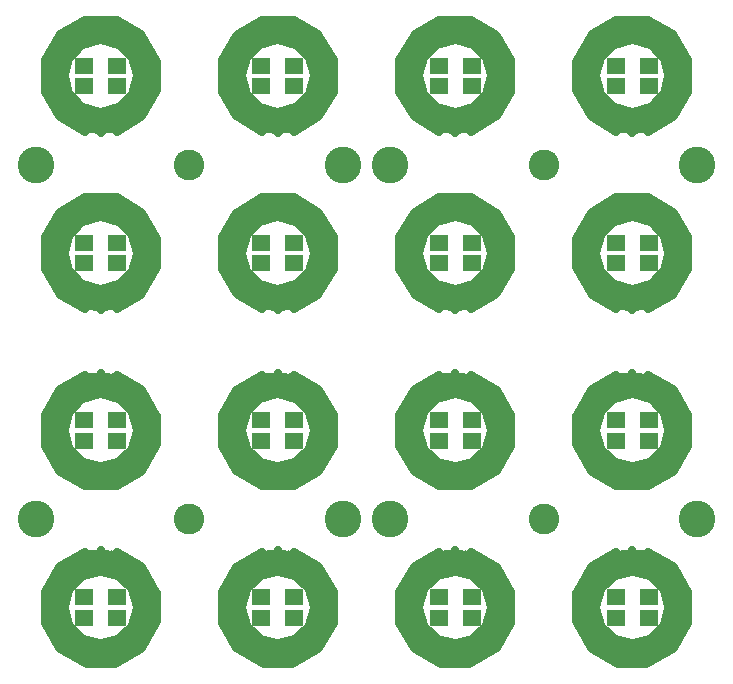
<source format=gts>
G04 #@! TF.FileFunction,Soldermask,Top*
%FSLAX46Y46*%
G04 Gerber Fmt 4.6, Leading zero omitted, Abs format (unit mm)*
G04 Created by KiCad (PCBNEW 4.0.7-e2-6376~58~ubuntu16.04.1) date Tue Sep 19 16:55:53 2017*
%MOMM*%
%LPD*%
G01*
G04 APERTURE LIST*
%ADD10C,0.100000*%
%ADD11C,0.300000*%
%ADD12C,0.700000*%
%ADD13O,0.700000X3.100000*%
%ADD14O,3.100000X0.700000*%
%ADD15O,0.700000X2.400000*%
%ADD16O,1.800000X0.700000*%
%ADD17O,0.700000X1.800000*%
%ADD18R,1.650000X1.350000*%
%ADD19C,2.600000*%
%ADD20C,3.100000*%
G04 APERTURE END LIST*
D10*
D11*
X57250000Y22500000D02*
G75*
G03X57250000Y22500000I-4750000J0D01*
G01*
X57000000Y22500000D02*
G75*
G03X57000000Y22500000I-4500000J0D01*
G01*
X56750000Y22500000D02*
G75*
G03X56750000Y22500000I-4250000J0D01*
G01*
X56500000Y22500000D02*
G75*
G03X56500000Y22500000I-4000000J0D01*
G01*
X56258324Y22500000D02*
G75*
G03X56258324Y22500000I-3758324J0D01*
G01*
X56000000Y22500000D02*
G75*
G03X56000000Y22500000I-3500000J0D01*
G01*
X55750000Y22500000D02*
G75*
G03X55750000Y22500000I-3250000J0D01*
G01*
X12250000Y52500000D02*
G75*
G03X12250000Y52500000I-4750000J0D01*
G01*
X12000000Y52500000D02*
G75*
G03X12000000Y52500000I-4500000J0D01*
G01*
X11750000Y52500000D02*
G75*
G03X11750000Y52500000I-4250000J0D01*
G01*
X11500000Y52500000D02*
G75*
G03X11500000Y52500000I-4000000J0D01*
G01*
X11258324Y52500000D02*
G75*
G03X11258324Y52500000I-3758324J0D01*
G01*
X11000000Y52500000D02*
G75*
G03X11000000Y52500000I-3500000J0D01*
G01*
X10750000Y52500000D02*
G75*
G03X10750000Y52500000I-3250000J0D01*
G01*
X27250000Y52500000D02*
G75*
G03X27250000Y52500000I-4750000J0D01*
G01*
X27000000Y52500000D02*
G75*
G03X27000000Y52500000I-4500000J0D01*
G01*
X26750000Y52500000D02*
G75*
G03X26750000Y52500000I-4250000J0D01*
G01*
X26500000Y52500000D02*
G75*
G03X26500000Y52500000I-4000000J0D01*
G01*
X26258324Y52500000D02*
G75*
G03X26258324Y52500000I-3758324J0D01*
G01*
X26000000Y52500000D02*
G75*
G03X26000000Y52500000I-3500000J0D01*
G01*
X25750000Y52500000D02*
G75*
G03X25750000Y52500000I-3250000J0D01*
G01*
X42250000Y52500000D02*
G75*
G03X42250000Y52500000I-4750000J0D01*
G01*
X42000000Y52500000D02*
G75*
G03X42000000Y52500000I-4500000J0D01*
G01*
X41750000Y52500000D02*
G75*
G03X41750000Y52500000I-4250000J0D01*
G01*
X41500000Y52500000D02*
G75*
G03X41500000Y52500000I-4000000J0D01*
G01*
X41258324Y52500000D02*
G75*
G03X41258324Y52500000I-3758324J0D01*
G01*
X41000000Y52500000D02*
G75*
G03X41000000Y52500000I-3500000J0D01*
G01*
X40750000Y52500000D02*
G75*
G03X40750000Y52500000I-3250000J0D01*
G01*
X57250000Y52500000D02*
G75*
G03X57250000Y52500000I-4750000J0D01*
G01*
X57000000Y52500000D02*
G75*
G03X57000000Y52500000I-4500000J0D01*
G01*
X56750000Y52500000D02*
G75*
G03X56750000Y52500000I-4250000J0D01*
G01*
X56500000Y52500000D02*
G75*
G03X56500000Y52500000I-4000000J0D01*
G01*
X56258324Y52500000D02*
G75*
G03X56258324Y52500000I-3758324J0D01*
G01*
X56000000Y52500000D02*
G75*
G03X56000000Y52500000I-3500000J0D01*
G01*
X55750000Y52500000D02*
G75*
G03X55750000Y52500000I-3250000J0D01*
G01*
X12250000Y37500000D02*
G75*
G03X12250000Y37500000I-4750000J0D01*
G01*
X12000000Y37500000D02*
G75*
G03X12000000Y37500000I-4500000J0D01*
G01*
X11750000Y37500000D02*
G75*
G03X11750000Y37500000I-4250000J0D01*
G01*
X11500000Y37500000D02*
G75*
G03X11500000Y37500000I-4000000J0D01*
G01*
X11258324Y37500000D02*
G75*
G03X11258324Y37500000I-3758324J0D01*
G01*
X11000000Y37500000D02*
G75*
G03X11000000Y37500000I-3500000J0D01*
G01*
X10750000Y37500000D02*
G75*
G03X10750000Y37500000I-3250000J0D01*
G01*
X27250000Y37500000D02*
G75*
G03X27250000Y37500000I-4750000J0D01*
G01*
X27000000Y37500000D02*
G75*
G03X27000000Y37500000I-4500000J0D01*
G01*
X26750000Y37500000D02*
G75*
G03X26750000Y37500000I-4250000J0D01*
G01*
X26500000Y37500000D02*
G75*
G03X26500000Y37500000I-4000000J0D01*
G01*
X26258324Y37500000D02*
G75*
G03X26258324Y37500000I-3758324J0D01*
G01*
X26000000Y37500000D02*
G75*
G03X26000000Y37500000I-3500000J0D01*
G01*
X25750000Y37500000D02*
G75*
G03X25750000Y37500000I-3250000J0D01*
G01*
X42250000Y37500000D02*
G75*
G03X42250000Y37500000I-4750000J0D01*
G01*
X42000000Y37500000D02*
G75*
G03X42000000Y37500000I-4500000J0D01*
G01*
X41750000Y37500000D02*
G75*
G03X41750000Y37500000I-4250000J0D01*
G01*
X41500000Y37500000D02*
G75*
G03X41500000Y37500000I-4000000J0D01*
G01*
X41258324Y37500000D02*
G75*
G03X41258324Y37500000I-3758324J0D01*
G01*
X41000000Y37500000D02*
G75*
G03X41000000Y37500000I-3500000J0D01*
G01*
X40750000Y37500000D02*
G75*
G03X40750000Y37500000I-3250000J0D01*
G01*
X57250000Y37500000D02*
G75*
G03X57250000Y37500000I-4750000J0D01*
G01*
X57000000Y37500000D02*
G75*
G03X57000000Y37500000I-4500000J0D01*
G01*
X56750000Y37500000D02*
G75*
G03X56750000Y37500000I-4250000J0D01*
G01*
X56500000Y37500000D02*
G75*
G03X56500000Y37500000I-4000000J0D01*
G01*
X56258324Y37500000D02*
G75*
G03X56258324Y37500000I-3758324J0D01*
G01*
X56000000Y37500000D02*
G75*
G03X56000000Y37500000I-3500000J0D01*
G01*
X55750000Y37500000D02*
G75*
G03X55750000Y37500000I-3250000J0D01*
G01*
X12250000Y22500000D02*
G75*
G03X12250000Y22500000I-4750000J0D01*
G01*
X12000000Y22500000D02*
G75*
G03X12000000Y22500000I-4500000J0D01*
G01*
X11750000Y22500000D02*
G75*
G03X11750000Y22500000I-4250000J0D01*
G01*
X11500000Y22500000D02*
G75*
G03X11500000Y22500000I-4000000J0D01*
G01*
X11258324Y22500000D02*
G75*
G03X11258324Y22500000I-3758324J0D01*
G01*
X11000000Y22500000D02*
G75*
G03X11000000Y22500000I-3500000J0D01*
G01*
X10750000Y22500000D02*
G75*
G03X10750000Y22500000I-3250000J0D01*
G01*
X27250000Y22500000D02*
G75*
G03X27250000Y22500000I-4750000J0D01*
G01*
X27000000Y22500000D02*
G75*
G03X27000000Y22500000I-4500000J0D01*
G01*
X26750000Y22500000D02*
G75*
G03X26750000Y22500000I-4250000J0D01*
G01*
X26500000Y22500000D02*
G75*
G03X26500000Y22500000I-4000000J0D01*
G01*
X26258324Y22500000D02*
G75*
G03X26258324Y22500000I-3758324J0D01*
G01*
X26000000Y22500000D02*
G75*
G03X26000000Y22500000I-3500000J0D01*
G01*
X25750000Y22500000D02*
G75*
G03X25750000Y22500000I-3250000J0D01*
G01*
X42250000Y22500000D02*
G75*
G03X42250000Y22500000I-4750000J0D01*
G01*
X42000000Y22500000D02*
G75*
G03X42000000Y22500000I-4500000J0D01*
G01*
X41750000Y22500000D02*
G75*
G03X41750000Y22500000I-4250000J0D01*
G01*
X41500000Y22500000D02*
G75*
G03X41500000Y22500000I-4000000J0D01*
G01*
X41258324Y22500000D02*
G75*
G03X41258324Y22500000I-3758324J0D01*
G01*
X41000000Y22500000D02*
G75*
G03X41000000Y22500000I-3500000J0D01*
G01*
X40750000Y22500000D02*
G75*
G03X40750000Y22500000I-3250000J0D01*
G01*
X12250000Y7500000D02*
G75*
G03X12250000Y7500000I-4750000J0D01*
G01*
X12000000Y7500000D02*
G75*
G03X12000000Y7500000I-4500000J0D01*
G01*
X11750000Y7500000D02*
G75*
G03X11750000Y7500000I-4250000J0D01*
G01*
X11500000Y7500000D02*
G75*
G03X11500000Y7500000I-4000000J0D01*
G01*
X11258324Y7500000D02*
G75*
G03X11258324Y7500000I-3758324J0D01*
G01*
X11000000Y7500000D02*
G75*
G03X11000000Y7500000I-3500000J0D01*
G01*
X10750000Y7500000D02*
G75*
G03X10750000Y7500000I-3250000J0D01*
G01*
X27250000Y7500000D02*
G75*
G03X27250000Y7500000I-4750000J0D01*
G01*
X27000000Y7500000D02*
G75*
G03X27000000Y7500000I-4500000J0D01*
G01*
X26750000Y7500000D02*
G75*
G03X26750000Y7500000I-4250000J0D01*
G01*
X26500000Y7500000D02*
G75*
G03X26500000Y7500000I-4000000J0D01*
G01*
X26258324Y7500000D02*
G75*
G03X26258324Y7500000I-3758324J0D01*
G01*
X26000000Y7500000D02*
G75*
G03X26000000Y7500000I-3500000J0D01*
G01*
X25750000Y7500000D02*
G75*
G03X25750000Y7500000I-3250000J0D01*
G01*
X42250000Y7500000D02*
G75*
G03X42250000Y7500000I-4750000J0D01*
G01*
X42000000Y7500000D02*
G75*
G03X42000000Y7500000I-4500000J0D01*
G01*
X41750000Y7500000D02*
G75*
G03X41750000Y7500000I-4250000J0D01*
G01*
X41500000Y7500000D02*
G75*
G03X41500000Y7500000I-4000000J0D01*
G01*
X41258324Y7500000D02*
G75*
G03X41258324Y7500000I-3758324J0D01*
G01*
X41000000Y7500000D02*
G75*
G03X41000000Y7500000I-3500000J0D01*
G01*
X40750000Y7500000D02*
G75*
G03X40750000Y7500000I-3250000J0D01*
G01*
X57250000Y7500000D02*
G75*
G03X57250000Y7500000I-4750000J0D01*
G01*
X57000000Y7500000D02*
G75*
G03X57000000Y7500000I-4500000J0D01*
G01*
X56750000Y7500000D02*
G75*
G03X56750000Y7500000I-4250000J0D01*
G01*
X56500000Y7500000D02*
G75*
G03X56500000Y7500000I-4000000J0D01*
G01*
X56258324Y7500000D02*
G75*
G03X56258324Y7500000I-3758324J0D01*
G01*
X56000000Y7500000D02*
G75*
G03X56000000Y7500000I-3500000J0D01*
G01*
X55750000Y7500000D02*
G75*
G03X55750000Y7500000I-3250000J0D01*
G01*
D12*
X52539072Y25543595D02*
X53987960Y25155367D01*
X51012040Y25155367D02*
X52460928Y25543595D01*
X49883705Y24055635D02*
X50944365Y25116295D01*
X49456405Y22539072D02*
X49844633Y23987960D01*
X49844633Y21012040D02*
X49456405Y22460928D01*
X50944365Y19883705D02*
X49883705Y20944365D01*
X52460928Y19456405D02*
X51012040Y19844633D01*
X53987960Y19844633D02*
X52539072Y19456405D01*
X55116295Y20944365D02*
X54055635Y19883705D01*
X55543595Y22460928D02*
X55155367Y21012040D01*
X55155367Y23987960D02*
X55543595Y22539072D01*
X54055635Y25116295D02*
X55116295Y24055635D01*
X53405867Y25880741D02*
X53716449Y27039851D01*
X49085770Y26013621D02*
X51164230Y27213621D01*
X47786379Y23835771D02*
X48986379Y25914231D01*
D13*
X47750000Y22500001D03*
D12*
X48986379Y19085770D02*
X47786379Y21164230D01*
X51164229Y17786379D02*
X49085769Y18986379D01*
D14*
X52499999Y17750000D03*
D12*
X55914230Y18986379D02*
X53835770Y17786379D01*
X57213621Y21164229D02*
X56013621Y19085769D01*
D13*
X57250000Y22499999D03*
D12*
X56013621Y25914230D02*
X57213621Y23835770D01*
X53835771Y27213621D02*
X55914231Y26013621D01*
D15*
X52500001Y26500000D03*
D12*
X51594133Y25880741D02*
X51283551Y27039851D01*
X50025126Y24974874D02*
X49176598Y25823402D01*
X49119259Y23405867D02*
X47960149Y23716449D01*
X49119259Y21594133D02*
X47960149Y21283551D01*
X50025126Y20025126D02*
X49176598Y19176598D01*
X51594133Y19119259D02*
X51283551Y17960149D01*
X53405867Y19119259D02*
X53716449Y17960149D01*
X54974874Y20025126D02*
X55823402Y19176598D01*
X55880741Y21594133D02*
X57039851Y21283551D01*
X55880741Y23405867D02*
X57039851Y23716449D01*
X54974874Y24974874D02*
X55823402Y25823402D01*
X54050000Y25184678D02*
X54600000Y26137306D01*
X55184679Y24049999D02*
X56137307Y24599999D01*
D16*
X56150000Y22500000D03*
D12*
X55184678Y20950000D02*
X56137306Y20400000D01*
X54049999Y19815321D02*
X54599999Y18862693D01*
D17*
X52500000Y18850000D03*
D12*
X50950000Y19815322D02*
X50400000Y18862694D01*
X49815321Y20950001D02*
X48862693Y20400001D01*
D16*
X48850000Y22500000D03*
D12*
X49815322Y24050000D02*
X48862694Y24600000D01*
X50950001Y25184679D02*
X50400001Y26137307D01*
D18*
X8900000Y53375000D03*
X8900000Y51625000D03*
X6100000Y51625000D03*
X6100000Y53375000D03*
X23900000Y53375000D03*
X23900000Y51625000D03*
X21100000Y51625000D03*
X21100000Y53375000D03*
X38900000Y53375000D03*
X38900000Y51625000D03*
X36100000Y51625000D03*
X36100000Y53375000D03*
X53900000Y53375000D03*
X53900000Y51625000D03*
X51100000Y51625000D03*
X51100000Y53375000D03*
X8900000Y38375000D03*
X8900000Y36625000D03*
X6100000Y36625000D03*
X6100000Y38375000D03*
X23900000Y38375000D03*
X23900000Y36625000D03*
X21100000Y36625000D03*
X21100000Y38375000D03*
X38900000Y38375000D03*
X38900000Y36625000D03*
X36100000Y36625000D03*
X36100000Y38375000D03*
X53900000Y38375000D03*
X53900000Y36625000D03*
X51100000Y36625000D03*
X51100000Y38375000D03*
X8900000Y23375000D03*
X8900000Y21625000D03*
X6100000Y21625000D03*
X6100000Y23375000D03*
X23900000Y23375000D03*
X23900000Y21625000D03*
X21100000Y21625000D03*
X21100000Y23375000D03*
X38900000Y23375000D03*
X38900000Y21625000D03*
X36100000Y21625000D03*
X36100000Y23375000D03*
X53900000Y23375000D03*
X53900000Y21625000D03*
X51100000Y21625000D03*
X51100000Y23375000D03*
X8900000Y8375000D03*
X8900000Y6625000D03*
X6100000Y6625000D03*
X6100000Y8375000D03*
X23900000Y8375000D03*
X23900000Y6625000D03*
X21100000Y6625000D03*
X21100000Y8375000D03*
X38900000Y8375000D03*
X38900000Y6625000D03*
X36100000Y6625000D03*
X36100000Y8375000D03*
X53900000Y8375000D03*
X53900000Y6625000D03*
X51100000Y6625000D03*
X51100000Y8375000D03*
D19*
X15000000Y45000000D03*
X45000000Y45000000D03*
X15000000Y15000000D03*
X45000000Y15000000D03*
D20*
X2000000Y45000000D03*
X28000000Y45000000D03*
X32000000Y45000000D03*
X58000000Y45000000D03*
X2000000Y15000000D03*
X28000000Y15000000D03*
X32000000Y15000000D03*
X58000000Y15000000D03*
D12*
X7460928Y49456405D02*
X6012040Y49844633D01*
X8987960Y49844633D02*
X7539072Y49456405D01*
X10116295Y50944365D02*
X9055635Y49883705D01*
X10543595Y52460928D02*
X10155367Y51012040D01*
X10155367Y53987960D02*
X10543595Y52539072D01*
X9055635Y55116295D02*
X10116295Y54055635D01*
X7539072Y55543595D02*
X8987960Y55155367D01*
X6012040Y55155367D02*
X7460928Y55543595D01*
X4883705Y54055635D02*
X5944365Y55116295D01*
X4456405Y52539072D02*
X4844633Y53987960D01*
X4844633Y51012040D02*
X4456405Y52460928D01*
X5944365Y49883705D02*
X4883705Y50944365D01*
X6594133Y49119259D02*
X6283551Y47960149D01*
X10914230Y48986379D02*
X8835770Y47786379D01*
X12213621Y51164229D02*
X11013621Y49085769D01*
D13*
X12250000Y52499999D03*
D12*
X11013621Y55914230D02*
X12213621Y53835770D01*
X8835771Y57213621D02*
X10914231Y56013621D01*
D14*
X7500001Y57250000D03*
D12*
X4085770Y56013621D02*
X6164230Y57213621D01*
X2786379Y53835771D02*
X3986379Y55914231D01*
D13*
X2750000Y52500001D03*
D12*
X3986379Y49085770D02*
X2786379Y51164230D01*
X6164229Y47786379D02*
X4085769Y48986379D01*
D15*
X7499999Y48500000D03*
D12*
X8405867Y49119259D02*
X8716449Y47960149D01*
X9974874Y50025126D02*
X10823402Y49176598D01*
X10880741Y51594133D02*
X12039851Y51283551D01*
X10880741Y53405867D02*
X12039851Y53716449D01*
X9974874Y54974874D02*
X10823402Y55823402D01*
X8405867Y55880741D02*
X8716449Y57039851D01*
X6594133Y55880741D02*
X6283551Y57039851D01*
X5025126Y54974874D02*
X4176598Y55823402D01*
X4119259Y53405867D02*
X2960149Y53716449D01*
X4119259Y51594133D02*
X2960149Y51283551D01*
X5025126Y50025126D02*
X4176598Y49176598D01*
X5950000Y49815322D02*
X5400000Y48862694D01*
X4815321Y50950001D02*
X3862693Y50400001D01*
D16*
X3850000Y52500000D03*
D12*
X4815322Y54050000D02*
X3862694Y54600000D01*
X5950001Y55184679D02*
X5400001Y56137307D01*
D17*
X7500000Y56150000D03*
D12*
X9050000Y55184678D02*
X9600000Y56137306D01*
X10184679Y54049999D02*
X11137307Y54599999D01*
D16*
X11150000Y52500000D03*
D12*
X10184678Y50950000D02*
X11137306Y50400000D01*
X9049999Y49815321D02*
X9599999Y48862693D01*
X22460928Y49456405D02*
X21012040Y49844633D01*
X23987960Y49844633D02*
X22539072Y49456405D01*
X25116295Y50944365D02*
X24055635Y49883705D01*
X25543595Y52460928D02*
X25155367Y51012040D01*
X25155367Y53987960D02*
X25543595Y52539072D01*
X24055635Y55116295D02*
X25116295Y54055635D01*
X22539072Y55543595D02*
X23987960Y55155367D01*
X21012040Y55155367D02*
X22460928Y55543595D01*
X19883705Y54055635D02*
X20944365Y55116295D01*
X19456405Y52539072D02*
X19844633Y53987960D01*
X19844633Y51012040D02*
X19456405Y52460928D01*
X20944365Y49883705D02*
X19883705Y50944365D01*
X21594133Y49119259D02*
X21283551Y47960149D01*
X25914230Y48986379D02*
X23835770Y47786379D01*
X27213621Y51164229D02*
X26013621Y49085769D01*
D13*
X27250000Y52499999D03*
D12*
X26013621Y55914230D02*
X27213621Y53835770D01*
X23835771Y57213621D02*
X25914231Y56013621D01*
D14*
X22500001Y57250000D03*
D12*
X19085770Y56013621D02*
X21164230Y57213621D01*
X17786379Y53835771D02*
X18986379Y55914231D01*
D13*
X17750000Y52500001D03*
D12*
X18986379Y49085770D02*
X17786379Y51164230D01*
X21164229Y47786379D02*
X19085769Y48986379D01*
D15*
X22499999Y48500000D03*
D12*
X23405867Y49119259D02*
X23716449Y47960149D01*
X24974874Y50025126D02*
X25823402Y49176598D01*
X25880741Y51594133D02*
X27039851Y51283551D01*
X25880741Y53405867D02*
X27039851Y53716449D01*
X24974874Y54974874D02*
X25823402Y55823402D01*
X23405867Y55880741D02*
X23716449Y57039851D01*
X21594133Y55880741D02*
X21283551Y57039851D01*
X20025126Y54974874D02*
X19176598Y55823402D01*
X19119259Y53405867D02*
X17960149Y53716449D01*
X19119259Y51594133D02*
X17960149Y51283551D01*
X20025126Y50025126D02*
X19176598Y49176598D01*
X20950000Y49815322D02*
X20400000Y48862694D01*
X19815321Y50950001D02*
X18862693Y50400001D01*
D16*
X18850000Y52500000D03*
D12*
X19815322Y54050000D02*
X18862694Y54600000D01*
X20950001Y55184679D02*
X20400001Y56137307D01*
D17*
X22500000Y56150000D03*
D12*
X24050000Y55184678D02*
X24600000Y56137306D01*
X25184679Y54049999D02*
X26137307Y54599999D01*
D16*
X26150000Y52500000D03*
D12*
X25184678Y50950000D02*
X26137306Y50400000D01*
X24049999Y49815321D02*
X24599999Y48862693D01*
X37460928Y49456405D02*
X36012040Y49844633D01*
X38987960Y49844633D02*
X37539072Y49456405D01*
X40116295Y50944365D02*
X39055635Y49883705D01*
X40543595Y52460928D02*
X40155367Y51012040D01*
X40155367Y53987960D02*
X40543595Y52539072D01*
X39055635Y55116295D02*
X40116295Y54055635D01*
X37539072Y55543595D02*
X38987960Y55155367D01*
X36012040Y55155367D02*
X37460928Y55543595D01*
X34883705Y54055635D02*
X35944365Y55116295D01*
X34456405Y52539072D02*
X34844633Y53987960D01*
X34844633Y51012040D02*
X34456405Y52460928D01*
X35944365Y49883705D02*
X34883705Y50944365D01*
X36594133Y49119259D02*
X36283551Y47960149D01*
X40914230Y48986379D02*
X38835770Y47786379D01*
X42213621Y51164229D02*
X41013621Y49085769D01*
D13*
X42250000Y52499999D03*
D12*
X41013621Y55914230D02*
X42213621Y53835770D01*
X38835771Y57213621D02*
X40914231Y56013621D01*
D14*
X37500001Y57250000D03*
D12*
X34085770Y56013621D02*
X36164230Y57213621D01*
X32786379Y53835771D02*
X33986379Y55914231D01*
D13*
X32750000Y52500001D03*
D12*
X33986379Y49085770D02*
X32786379Y51164230D01*
X36164229Y47786379D02*
X34085769Y48986379D01*
D15*
X37499999Y48500000D03*
D12*
X38405867Y49119259D02*
X38716449Y47960149D01*
X39974874Y50025126D02*
X40823402Y49176598D01*
X40880741Y51594133D02*
X42039851Y51283551D01*
X40880741Y53405867D02*
X42039851Y53716449D01*
X39974874Y54974874D02*
X40823402Y55823402D01*
X38405867Y55880741D02*
X38716449Y57039851D01*
X36594133Y55880741D02*
X36283551Y57039851D01*
X35025126Y54974874D02*
X34176598Y55823402D01*
X34119259Y53405867D02*
X32960149Y53716449D01*
X34119259Y51594133D02*
X32960149Y51283551D01*
X35025126Y50025126D02*
X34176598Y49176598D01*
X35950000Y49815322D02*
X35400000Y48862694D01*
X34815321Y50950001D02*
X33862693Y50400001D01*
D16*
X33850000Y52500000D03*
D12*
X34815322Y54050000D02*
X33862694Y54600000D01*
X35950001Y55184679D02*
X35400001Y56137307D01*
D17*
X37500000Y56150000D03*
D12*
X39050000Y55184678D02*
X39600000Y56137306D01*
X40184679Y54049999D02*
X41137307Y54599999D01*
D16*
X41150000Y52500000D03*
D12*
X40184678Y50950000D02*
X41137306Y50400000D01*
X39049999Y49815321D02*
X39599999Y48862693D01*
X52460928Y49456405D02*
X51012040Y49844633D01*
X53987960Y49844633D02*
X52539072Y49456405D01*
X55116295Y50944365D02*
X54055635Y49883705D01*
X55543595Y52460928D02*
X55155367Y51012040D01*
X55155367Y53987960D02*
X55543595Y52539072D01*
X54055635Y55116295D02*
X55116295Y54055635D01*
X52539072Y55543595D02*
X53987960Y55155367D01*
X51012040Y55155367D02*
X52460928Y55543595D01*
X49883705Y54055635D02*
X50944365Y55116295D01*
X49456405Y52539072D02*
X49844633Y53987960D01*
X49844633Y51012040D02*
X49456405Y52460928D01*
X50944365Y49883705D02*
X49883705Y50944365D01*
X51594133Y49119259D02*
X51283551Y47960149D01*
X55914230Y48986379D02*
X53835770Y47786379D01*
X57213621Y51164229D02*
X56013621Y49085769D01*
D13*
X57250000Y52499999D03*
D12*
X56013621Y55914230D02*
X57213621Y53835770D01*
X53835771Y57213621D02*
X55914231Y56013621D01*
D14*
X52500001Y57250000D03*
D12*
X49085770Y56013621D02*
X51164230Y57213621D01*
X47786379Y53835771D02*
X48986379Y55914231D01*
D13*
X47750000Y52500001D03*
D12*
X48986379Y49085770D02*
X47786379Y51164230D01*
X51164229Y47786379D02*
X49085769Y48986379D01*
D15*
X52499999Y48500000D03*
D12*
X53405867Y49119259D02*
X53716449Y47960149D01*
X54974874Y50025126D02*
X55823402Y49176598D01*
X55880741Y51594133D02*
X57039851Y51283551D01*
X55880741Y53405867D02*
X57039851Y53716449D01*
X54974874Y54974874D02*
X55823402Y55823402D01*
X53405867Y55880741D02*
X53716449Y57039851D01*
X51594133Y55880741D02*
X51283551Y57039851D01*
X50025126Y54974874D02*
X49176598Y55823402D01*
X49119259Y53405867D02*
X47960149Y53716449D01*
X49119259Y51594133D02*
X47960149Y51283551D01*
X50025126Y50025126D02*
X49176598Y49176598D01*
X50950000Y49815322D02*
X50400000Y48862694D01*
X49815321Y50950001D02*
X48862693Y50400001D01*
D16*
X48850000Y52500000D03*
D12*
X49815322Y54050000D02*
X48862694Y54600000D01*
X50950001Y55184679D02*
X50400001Y56137307D01*
D17*
X52500000Y56150000D03*
D12*
X54050000Y55184678D02*
X54600000Y56137306D01*
X55184679Y54049999D02*
X56137307Y54599999D01*
D16*
X56150000Y52500000D03*
D12*
X55184678Y50950000D02*
X56137306Y50400000D01*
X54049999Y49815321D02*
X54599999Y48862693D01*
X7460928Y34456405D02*
X6012040Y34844633D01*
X8987960Y34844633D02*
X7539072Y34456405D01*
X10116295Y35944365D02*
X9055635Y34883705D01*
X10543595Y37460928D02*
X10155367Y36012040D01*
X10155367Y38987960D02*
X10543595Y37539072D01*
X9055635Y40116295D02*
X10116295Y39055635D01*
X7539072Y40543595D02*
X8987960Y40155367D01*
X6012040Y40155367D02*
X7460928Y40543595D01*
X4883705Y39055635D02*
X5944365Y40116295D01*
X4456405Y37539072D02*
X4844633Y38987960D01*
X4844633Y36012040D02*
X4456405Y37460928D01*
X5944365Y34883705D02*
X4883705Y35944365D01*
X6594133Y34119259D02*
X6283551Y32960149D01*
X10914230Y33986379D02*
X8835770Y32786379D01*
X12213621Y36164229D02*
X11013621Y34085769D01*
D13*
X12250000Y37499999D03*
D12*
X11013621Y40914230D02*
X12213621Y38835770D01*
X8835771Y42213621D02*
X10914231Y41013621D01*
D14*
X7500001Y42250000D03*
D12*
X4085770Y41013621D02*
X6164230Y42213621D01*
X2786379Y38835771D02*
X3986379Y40914231D01*
D13*
X2750000Y37500001D03*
D12*
X3986379Y34085770D02*
X2786379Y36164230D01*
X6164229Y32786379D02*
X4085769Y33986379D01*
D15*
X7499999Y33500000D03*
D12*
X8405867Y34119259D02*
X8716449Y32960149D01*
X9974874Y35025126D02*
X10823402Y34176598D01*
X10880741Y36594133D02*
X12039851Y36283551D01*
X10880741Y38405867D02*
X12039851Y38716449D01*
X9974874Y39974874D02*
X10823402Y40823402D01*
X8405867Y40880741D02*
X8716449Y42039851D01*
X6594133Y40880741D02*
X6283551Y42039851D01*
X5025126Y39974874D02*
X4176598Y40823402D01*
X4119259Y38405867D02*
X2960149Y38716449D01*
X4119259Y36594133D02*
X2960149Y36283551D01*
X5025126Y35025126D02*
X4176598Y34176598D01*
X5950000Y34815322D02*
X5400000Y33862694D01*
X4815321Y35950001D02*
X3862693Y35400001D01*
D16*
X3850000Y37500000D03*
D12*
X4815322Y39050000D02*
X3862694Y39600000D01*
X5950001Y40184679D02*
X5400001Y41137307D01*
D17*
X7500000Y41150000D03*
D12*
X9050000Y40184678D02*
X9600000Y41137306D01*
X10184679Y39049999D02*
X11137307Y39599999D01*
D16*
X11150000Y37500000D03*
D12*
X10184678Y35950000D02*
X11137306Y35400000D01*
X9049999Y34815321D02*
X9599999Y33862693D01*
X22460928Y34456405D02*
X21012040Y34844633D01*
X23987960Y34844633D02*
X22539072Y34456405D01*
X25116295Y35944365D02*
X24055635Y34883705D01*
X25543595Y37460928D02*
X25155367Y36012040D01*
X25155367Y38987960D02*
X25543595Y37539072D01*
X24055635Y40116295D02*
X25116295Y39055635D01*
X22539072Y40543595D02*
X23987960Y40155367D01*
X21012040Y40155367D02*
X22460928Y40543595D01*
X19883705Y39055635D02*
X20944365Y40116295D01*
X19456405Y37539072D02*
X19844633Y38987960D01*
X19844633Y36012040D02*
X19456405Y37460928D01*
X20944365Y34883705D02*
X19883705Y35944365D01*
X21594133Y34119259D02*
X21283551Y32960149D01*
X25914230Y33986379D02*
X23835770Y32786379D01*
X27213621Y36164229D02*
X26013621Y34085769D01*
D13*
X27250000Y37499999D03*
D12*
X26013621Y40914230D02*
X27213621Y38835770D01*
X23835771Y42213621D02*
X25914231Y41013621D01*
D14*
X22500001Y42250000D03*
D12*
X19085770Y41013621D02*
X21164230Y42213621D01*
X17786379Y38835771D02*
X18986379Y40914231D01*
D13*
X17750000Y37500001D03*
D12*
X18986379Y34085770D02*
X17786379Y36164230D01*
X21164229Y32786379D02*
X19085769Y33986379D01*
D15*
X22499999Y33500000D03*
D12*
X23405867Y34119259D02*
X23716449Y32960149D01*
X24974874Y35025126D02*
X25823402Y34176598D01*
X25880741Y36594133D02*
X27039851Y36283551D01*
X25880741Y38405867D02*
X27039851Y38716449D01*
X24974874Y39974874D02*
X25823402Y40823402D01*
X23405867Y40880741D02*
X23716449Y42039851D01*
X21594133Y40880741D02*
X21283551Y42039851D01*
X20025126Y39974874D02*
X19176598Y40823402D01*
X19119259Y38405867D02*
X17960149Y38716449D01*
X19119259Y36594133D02*
X17960149Y36283551D01*
X20025126Y35025126D02*
X19176598Y34176598D01*
X20950000Y34815322D02*
X20400000Y33862694D01*
X19815321Y35950001D02*
X18862693Y35400001D01*
D16*
X18850000Y37500000D03*
D12*
X19815322Y39050000D02*
X18862694Y39600000D01*
X20950001Y40184679D02*
X20400001Y41137307D01*
D17*
X22500000Y41150000D03*
D12*
X24050000Y40184678D02*
X24600000Y41137306D01*
X25184679Y39049999D02*
X26137307Y39599999D01*
D16*
X26150000Y37500000D03*
D12*
X25184678Y35950000D02*
X26137306Y35400000D01*
X24049999Y34815321D02*
X24599999Y33862693D01*
X37460928Y34456405D02*
X36012040Y34844633D01*
X38987960Y34844633D02*
X37539072Y34456405D01*
X40116295Y35944365D02*
X39055635Y34883705D01*
X40543595Y37460928D02*
X40155367Y36012040D01*
X40155367Y38987960D02*
X40543595Y37539072D01*
X39055635Y40116295D02*
X40116295Y39055635D01*
X37539072Y40543595D02*
X38987960Y40155367D01*
X36012040Y40155367D02*
X37460928Y40543595D01*
X34883705Y39055635D02*
X35944365Y40116295D01*
X34456405Y37539072D02*
X34844633Y38987960D01*
X34844633Y36012040D02*
X34456405Y37460928D01*
X35944365Y34883705D02*
X34883705Y35944365D01*
X36594133Y34119259D02*
X36283551Y32960149D01*
X40914230Y33986379D02*
X38835770Y32786379D01*
X42213621Y36164229D02*
X41013621Y34085769D01*
D13*
X42250000Y37499999D03*
D12*
X41013621Y40914230D02*
X42213621Y38835770D01*
X38835771Y42213621D02*
X40914231Y41013621D01*
D14*
X37500001Y42250000D03*
D12*
X34085770Y41013621D02*
X36164230Y42213621D01*
X32786379Y38835771D02*
X33986379Y40914231D01*
D13*
X32750000Y37500001D03*
D12*
X33986379Y34085770D02*
X32786379Y36164230D01*
X36164229Y32786379D02*
X34085769Y33986379D01*
D15*
X37499999Y33500000D03*
D12*
X38405867Y34119259D02*
X38716449Y32960149D01*
X39974874Y35025126D02*
X40823402Y34176598D01*
X40880741Y36594133D02*
X42039851Y36283551D01*
X40880741Y38405867D02*
X42039851Y38716449D01*
X39974874Y39974874D02*
X40823402Y40823402D01*
X38405867Y40880741D02*
X38716449Y42039851D01*
X36594133Y40880741D02*
X36283551Y42039851D01*
X35025126Y39974874D02*
X34176598Y40823402D01*
X34119259Y38405867D02*
X32960149Y38716449D01*
X34119259Y36594133D02*
X32960149Y36283551D01*
X35025126Y35025126D02*
X34176598Y34176598D01*
X35950000Y34815322D02*
X35400000Y33862694D01*
X34815321Y35950001D02*
X33862693Y35400001D01*
D16*
X33850000Y37500000D03*
D12*
X34815322Y39050000D02*
X33862694Y39600000D01*
X35950001Y40184679D02*
X35400001Y41137307D01*
D17*
X37500000Y41150000D03*
D12*
X39050000Y40184678D02*
X39600000Y41137306D01*
X40184679Y39049999D02*
X41137307Y39599999D01*
D16*
X41150000Y37500000D03*
D12*
X40184678Y35950000D02*
X41137306Y35400000D01*
X39049999Y34815321D02*
X39599999Y33862693D01*
X52460928Y34456405D02*
X51012040Y34844633D01*
X53987960Y34844633D02*
X52539072Y34456405D01*
X55116295Y35944365D02*
X54055635Y34883705D01*
X55543595Y37460928D02*
X55155367Y36012040D01*
X55155367Y38987960D02*
X55543595Y37539072D01*
X54055635Y40116295D02*
X55116295Y39055635D01*
X52539072Y40543595D02*
X53987960Y40155367D01*
X51012040Y40155367D02*
X52460928Y40543595D01*
X49883705Y39055635D02*
X50944365Y40116295D01*
X49456405Y37539072D02*
X49844633Y38987960D01*
X49844633Y36012040D02*
X49456405Y37460928D01*
X50944365Y34883705D02*
X49883705Y35944365D01*
X51594133Y34119259D02*
X51283551Y32960149D01*
X55914230Y33986379D02*
X53835770Y32786379D01*
X57213621Y36164229D02*
X56013621Y34085769D01*
D13*
X57250000Y37499999D03*
D12*
X56013621Y40914230D02*
X57213621Y38835770D01*
X53835771Y42213621D02*
X55914231Y41013621D01*
D14*
X52500001Y42250000D03*
D12*
X49085770Y41013621D02*
X51164230Y42213621D01*
X47786379Y38835771D02*
X48986379Y40914231D01*
D13*
X47750000Y37500001D03*
D12*
X48986379Y34085770D02*
X47786379Y36164230D01*
X51164229Y32786379D02*
X49085769Y33986379D01*
D15*
X52499999Y33500000D03*
D12*
X53405867Y34119259D02*
X53716449Y32960149D01*
X54974874Y35025126D02*
X55823402Y34176598D01*
X55880741Y36594133D02*
X57039851Y36283551D01*
X55880741Y38405867D02*
X57039851Y38716449D01*
X54974874Y39974874D02*
X55823402Y40823402D01*
X53405867Y40880741D02*
X53716449Y42039851D01*
X51594133Y40880741D02*
X51283551Y42039851D01*
X50025126Y39974874D02*
X49176598Y40823402D01*
X49119259Y38405867D02*
X47960149Y38716449D01*
X49119259Y36594133D02*
X47960149Y36283551D01*
X50025126Y35025126D02*
X49176598Y34176598D01*
X50950000Y34815322D02*
X50400000Y33862694D01*
X49815321Y35950001D02*
X48862693Y35400001D01*
D16*
X48850000Y37500000D03*
D12*
X49815322Y39050000D02*
X48862694Y39600000D01*
X50950001Y40184679D02*
X50400001Y41137307D01*
D17*
X52500000Y41150000D03*
D12*
X54050000Y40184678D02*
X54600000Y41137306D01*
X55184679Y39049999D02*
X56137307Y39599999D01*
D16*
X56150000Y37500000D03*
D12*
X55184678Y35950000D02*
X56137306Y35400000D01*
X54049999Y34815321D02*
X54599999Y33862693D01*
X7539072Y25543595D02*
X8987960Y25155367D01*
X6012040Y25155367D02*
X7460928Y25543595D01*
X4883705Y24055635D02*
X5944365Y25116295D01*
X4456405Y22539072D02*
X4844633Y23987960D01*
X4844633Y21012040D02*
X4456405Y22460928D01*
X5944365Y19883705D02*
X4883705Y20944365D01*
X7460928Y19456405D02*
X6012040Y19844633D01*
X8987960Y19844633D02*
X7539072Y19456405D01*
X10116295Y20944365D02*
X9055635Y19883705D01*
X10543595Y22460928D02*
X10155367Y21012040D01*
X10155367Y23987960D02*
X10543595Y22539072D01*
X9055635Y25116295D02*
X10116295Y24055635D01*
X8405867Y25880741D02*
X8716449Y27039851D01*
X4085770Y26013621D02*
X6164230Y27213621D01*
X2786379Y23835771D02*
X3986379Y25914231D01*
D13*
X2750000Y22500001D03*
D12*
X3986379Y19085770D02*
X2786379Y21164230D01*
X6164229Y17786379D02*
X4085769Y18986379D01*
D14*
X7499999Y17750000D03*
D12*
X10914230Y18986379D02*
X8835770Y17786379D01*
X12213621Y21164229D02*
X11013621Y19085769D01*
D13*
X12250000Y22499999D03*
D12*
X11013621Y25914230D02*
X12213621Y23835770D01*
X8835771Y27213621D02*
X10914231Y26013621D01*
D15*
X7500001Y26500000D03*
D12*
X6594133Y25880741D02*
X6283551Y27039851D01*
X5025126Y24974874D02*
X4176598Y25823402D01*
X4119259Y23405867D02*
X2960149Y23716449D01*
X4119259Y21594133D02*
X2960149Y21283551D01*
X5025126Y20025126D02*
X4176598Y19176598D01*
X6594133Y19119259D02*
X6283551Y17960149D01*
X8405867Y19119259D02*
X8716449Y17960149D01*
X9974874Y20025126D02*
X10823402Y19176598D01*
X10880741Y21594133D02*
X12039851Y21283551D01*
X10880741Y23405867D02*
X12039851Y23716449D01*
X9974874Y24974874D02*
X10823402Y25823402D01*
X9050000Y25184678D02*
X9600000Y26137306D01*
X10184679Y24049999D02*
X11137307Y24599999D01*
D16*
X11150000Y22500000D03*
D12*
X10184678Y20950000D02*
X11137306Y20400000D01*
X9049999Y19815321D02*
X9599999Y18862693D01*
D17*
X7500000Y18850000D03*
D12*
X5950000Y19815322D02*
X5400000Y18862694D01*
X4815321Y20950001D02*
X3862693Y20400001D01*
D16*
X3850000Y22500000D03*
D12*
X4815322Y24050000D02*
X3862694Y24600000D01*
X5950001Y25184679D02*
X5400001Y26137307D01*
X22539072Y25543595D02*
X23987960Y25155367D01*
X21012040Y25155367D02*
X22460928Y25543595D01*
X19883705Y24055635D02*
X20944365Y25116295D01*
X19456405Y22539072D02*
X19844633Y23987960D01*
X19844633Y21012040D02*
X19456405Y22460928D01*
X20944365Y19883705D02*
X19883705Y20944365D01*
X22460928Y19456405D02*
X21012040Y19844633D01*
X23987960Y19844633D02*
X22539072Y19456405D01*
X25116295Y20944365D02*
X24055635Y19883705D01*
X25543595Y22460928D02*
X25155367Y21012040D01*
X25155367Y23987960D02*
X25543595Y22539072D01*
X24055635Y25116295D02*
X25116295Y24055635D01*
X23405867Y25880741D02*
X23716449Y27039851D01*
X19085770Y26013621D02*
X21164230Y27213621D01*
X17786379Y23835771D02*
X18986379Y25914231D01*
D13*
X17750000Y22500001D03*
D12*
X18986379Y19085770D02*
X17786379Y21164230D01*
X21164229Y17786379D02*
X19085769Y18986379D01*
D14*
X22499999Y17750000D03*
D12*
X25914230Y18986379D02*
X23835770Y17786379D01*
X27213621Y21164229D02*
X26013621Y19085769D01*
D13*
X27250000Y22499999D03*
D12*
X26013621Y25914230D02*
X27213621Y23835770D01*
X23835771Y27213621D02*
X25914231Y26013621D01*
D15*
X22500001Y26500000D03*
D12*
X21594133Y25880741D02*
X21283551Y27039851D01*
X20025126Y24974874D02*
X19176598Y25823402D01*
X19119259Y23405867D02*
X17960149Y23716449D01*
X19119259Y21594133D02*
X17960149Y21283551D01*
X20025126Y20025126D02*
X19176598Y19176598D01*
X21594133Y19119259D02*
X21283551Y17960149D01*
X23405867Y19119259D02*
X23716449Y17960149D01*
X24974874Y20025126D02*
X25823402Y19176598D01*
X25880741Y21594133D02*
X27039851Y21283551D01*
X25880741Y23405867D02*
X27039851Y23716449D01*
X24974874Y24974874D02*
X25823402Y25823402D01*
X24050000Y25184678D02*
X24600000Y26137306D01*
X25184679Y24049999D02*
X26137307Y24599999D01*
D16*
X26150000Y22500000D03*
D12*
X25184678Y20950000D02*
X26137306Y20400000D01*
X24049999Y19815321D02*
X24599999Y18862693D01*
D17*
X22500000Y18850000D03*
D12*
X20950000Y19815322D02*
X20400000Y18862694D01*
X19815321Y20950001D02*
X18862693Y20400001D01*
D16*
X18850000Y22500000D03*
D12*
X19815322Y24050000D02*
X18862694Y24600000D01*
X20950001Y25184679D02*
X20400001Y26137307D01*
X37539072Y25543595D02*
X38987960Y25155367D01*
X36012040Y25155367D02*
X37460928Y25543595D01*
X34883705Y24055635D02*
X35944365Y25116295D01*
X34456405Y22539072D02*
X34844633Y23987960D01*
X34844633Y21012040D02*
X34456405Y22460928D01*
X35944365Y19883705D02*
X34883705Y20944365D01*
X37460928Y19456405D02*
X36012040Y19844633D01*
X38987960Y19844633D02*
X37539072Y19456405D01*
X40116295Y20944365D02*
X39055635Y19883705D01*
X40543595Y22460928D02*
X40155367Y21012040D01*
X40155367Y23987960D02*
X40543595Y22539072D01*
X39055635Y25116295D02*
X40116295Y24055635D01*
X38405867Y25880741D02*
X38716449Y27039851D01*
X34085770Y26013621D02*
X36164230Y27213621D01*
X32786379Y23835771D02*
X33986379Y25914231D01*
D13*
X32750000Y22500001D03*
D12*
X33986379Y19085770D02*
X32786379Y21164230D01*
X36164229Y17786379D02*
X34085769Y18986379D01*
D14*
X37499999Y17750000D03*
D12*
X40914230Y18986379D02*
X38835770Y17786379D01*
X42213621Y21164229D02*
X41013621Y19085769D01*
D13*
X42250000Y22499999D03*
D12*
X41013621Y25914230D02*
X42213621Y23835770D01*
X38835771Y27213621D02*
X40914231Y26013621D01*
D15*
X37500001Y26500000D03*
D12*
X36594133Y25880741D02*
X36283551Y27039851D01*
X35025126Y24974874D02*
X34176598Y25823402D01*
X34119259Y23405867D02*
X32960149Y23716449D01*
X34119259Y21594133D02*
X32960149Y21283551D01*
X35025126Y20025126D02*
X34176598Y19176598D01*
X36594133Y19119259D02*
X36283551Y17960149D01*
X38405867Y19119259D02*
X38716449Y17960149D01*
X39974874Y20025126D02*
X40823402Y19176598D01*
X40880741Y21594133D02*
X42039851Y21283551D01*
X40880741Y23405867D02*
X42039851Y23716449D01*
X39974874Y24974874D02*
X40823402Y25823402D01*
X39050000Y25184678D02*
X39600000Y26137306D01*
X40184679Y24049999D02*
X41137307Y24599999D01*
D16*
X41150000Y22500000D03*
D12*
X40184678Y20950000D02*
X41137306Y20400000D01*
X39049999Y19815321D02*
X39599999Y18862693D01*
D17*
X37500000Y18850000D03*
D12*
X35950000Y19815322D02*
X35400000Y18862694D01*
X34815321Y20950001D02*
X33862693Y20400001D01*
D16*
X33850000Y22500000D03*
D12*
X34815322Y24050000D02*
X33862694Y24600000D01*
X35950001Y25184679D02*
X35400001Y26137307D01*
X7539072Y10543595D02*
X8987960Y10155367D01*
X6012040Y10155367D02*
X7460928Y10543595D01*
X4883705Y9055635D02*
X5944365Y10116295D01*
X4456405Y7539072D02*
X4844633Y8987960D01*
X4844633Y6012040D02*
X4456405Y7460928D01*
X5944365Y4883705D02*
X4883705Y5944365D01*
X7460928Y4456405D02*
X6012040Y4844633D01*
X8987960Y4844633D02*
X7539072Y4456405D01*
X10116295Y5944365D02*
X9055635Y4883705D01*
X10543595Y7460928D02*
X10155367Y6012040D01*
X10155367Y8987960D02*
X10543595Y7539072D01*
X9055635Y10116295D02*
X10116295Y9055635D01*
X8405867Y10880741D02*
X8716449Y12039851D01*
X4085770Y11013621D02*
X6164230Y12213621D01*
X2786379Y8835771D02*
X3986379Y10914231D01*
D13*
X2750000Y7500001D03*
D12*
X3986379Y4085770D02*
X2786379Y6164230D01*
X6164229Y2786379D02*
X4085769Y3986379D01*
D14*
X7499999Y2750000D03*
D12*
X10914230Y3986379D02*
X8835770Y2786379D01*
X12213621Y6164229D02*
X11013621Y4085769D01*
D13*
X12250000Y7499999D03*
D12*
X11013621Y10914230D02*
X12213621Y8835770D01*
X8835771Y12213621D02*
X10914231Y11013621D01*
D15*
X7500001Y11500000D03*
D12*
X6594133Y10880741D02*
X6283551Y12039851D01*
X5025126Y9974874D02*
X4176598Y10823402D01*
X4119259Y8405867D02*
X2960149Y8716449D01*
X4119259Y6594133D02*
X2960149Y6283551D01*
X5025126Y5025126D02*
X4176598Y4176598D01*
X6594133Y4119259D02*
X6283551Y2960149D01*
X8405867Y4119259D02*
X8716449Y2960149D01*
X9974874Y5025126D02*
X10823402Y4176598D01*
X10880741Y6594133D02*
X12039851Y6283551D01*
X10880741Y8405867D02*
X12039851Y8716449D01*
X9974874Y9974874D02*
X10823402Y10823402D01*
X9050000Y10184678D02*
X9600000Y11137306D01*
X10184679Y9049999D02*
X11137307Y9599999D01*
D16*
X11150000Y7500000D03*
D12*
X10184678Y5950000D02*
X11137306Y5400000D01*
X9049999Y4815321D02*
X9599999Y3862693D01*
D17*
X7500000Y3850000D03*
D12*
X5950000Y4815322D02*
X5400000Y3862694D01*
X4815321Y5950001D02*
X3862693Y5400001D01*
D16*
X3850000Y7500000D03*
D12*
X4815322Y9050000D02*
X3862694Y9600000D01*
X5950001Y10184679D02*
X5400001Y11137307D01*
X22539072Y10543595D02*
X23987960Y10155367D01*
X21012040Y10155367D02*
X22460928Y10543595D01*
X19883705Y9055635D02*
X20944365Y10116295D01*
X19456405Y7539072D02*
X19844633Y8987960D01*
X19844633Y6012040D02*
X19456405Y7460928D01*
X20944365Y4883705D02*
X19883705Y5944365D01*
X22460928Y4456405D02*
X21012040Y4844633D01*
X23987960Y4844633D02*
X22539072Y4456405D01*
X25116295Y5944365D02*
X24055635Y4883705D01*
X25543595Y7460928D02*
X25155367Y6012040D01*
X25155367Y8987960D02*
X25543595Y7539072D01*
X24055635Y10116295D02*
X25116295Y9055635D01*
X23405867Y10880741D02*
X23716449Y12039851D01*
X19085770Y11013621D02*
X21164230Y12213621D01*
X17786379Y8835771D02*
X18986379Y10914231D01*
D13*
X17750000Y7500001D03*
D12*
X18986379Y4085770D02*
X17786379Y6164230D01*
X21164229Y2786379D02*
X19085769Y3986379D01*
D14*
X22499999Y2750000D03*
D12*
X25914230Y3986379D02*
X23835770Y2786379D01*
X27213621Y6164229D02*
X26013621Y4085769D01*
D13*
X27250000Y7499999D03*
D12*
X26013621Y10914230D02*
X27213621Y8835770D01*
X23835771Y12213621D02*
X25914231Y11013621D01*
D15*
X22500001Y11500000D03*
D12*
X21594133Y10880741D02*
X21283551Y12039851D01*
X20025126Y9974874D02*
X19176598Y10823402D01*
X19119259Y8405867D02*
X17960149Y8716449D01*
X19119259Y6594133D02*
X17960149Y6283551D01*
X20025126Y5025126D02*
X19176598Y4176598D01*
X21594133Y4119259D02*
X21283551Y2960149D01*
X23405867Y4119259D02*
X23716449Y2960149D01*
X24974874Y5025126D02*
X25823402Y4176598D01*
X25880741Y6594133D02*
X27039851Y6283551D01*
X25880741Y8405867D02*
X27039851Y8716449D01*
X24974874Y9974874D02*
X25823402Y10823402D01*
X24050000Y10184678D02*
X24600000Y11137306D01*
X25184679Y9049999D02*
X26137307Y9599999D01*
D16*
X26150000Y7500000D03*
D12*
X25184678Y5950000D02*
X26137306Y5400000D01*
X24049999Y4815321D02*
X24599999Y3862693D01*
D17*
X22500000Y3850000D03*
D12*
X20950000Y4815322D02*
X20400000Y3862694D01*
X19815321Y5950001D02*
X18862693Y5400001D01*
D16*
X18850000Y7500000D03*
D12*
X19815322Y9050000D02*
X18862694Y9600000D01*
X20950001Y10184679D02*
X20400001Y11137307D01*
X37539072Y10543595D02*
X38987960Y10155367D01*
X36012040Y10155367D02*
X37460928Y10543595D01*
X34883705Y9055635D02*
X35944365Y10116295D01*
X34456405Y7539072D02*
X34844633Y8987960D01*
X34844633Y6012040D02*
X34456405Y7460928D01*
X35944365Y4883705D02*
X34883705Y5944365D01*
X37460928Y4456405D02*
X36012040Y4844633D01*
X38987960Y4844633D02*
X37539072Y4456405D01*
X40116295Y5944365D02*
X39055635Y4883705D01*
X40543595Y7460928D02*
X40155367Y6012040D01*
X40155367Y8987960D02*
X40543595Y7539072D01*
X39055635Y10116295D02*
X40116295Y9055635D01*
X38405867Y10880741D02*
X38716449Y12039851D01*
X34085770Y11013621D02*
X36164230Y12213621D01*
X32786379Y8835771D02*
X33986379Y10914231D01*
D13*
X32750000Y7500001D03*
D12*
X33986379Y4085770D02*
X32786379Y6164230D01*
X36164229Y2786379D02*
X34085769Y3986379D01*
D14*
X37499999Y2750000D03*
D12*
X40914230Y3986379D02*
X38835770Y2786379D01*
X42213621Y6164229D02*
X41013621Y4085769D01*
D13*
X42250000Y7499999D03*
D12*
X41013621Y10914230D02*
X42213621Y8835770D01*
X38835771Y12213621D02*
X40914231Y11013621D01*
D15*
X37500001Y11500000D03*
D12*
X36594133Y10880741D02*
X36283551Y12039851D01*
X35025126Y9974874D02*
X34176598Y10823402D01*
X34119259Y8405867D02*
X32960149Y8716449D01*
X34119259Y6594133D02*
X32960149Y6283551D01*
X35025126Y5025126D02*
X34176598Y4176598D01*
X36594133Y4119259D02*
X36283551Y2960149D01*
X38405867Y4119259D02*
X38716449Y2960149D01*
X39974874Y5025126D02*
X40823402Y4176598D01*
X40880741Y6594133D02*
X42039851Y6283551D01*
X40880741Y8405867D02*
X42039851Y8716449D01*
X39974874Y9974874D02*
X40823402Y10823402D01*
X39050000Y10184678D02*
X39600000Y11137306D01*
X40184679Y9049999D02*
X41137307Y9599999D01*
D16*
X41150000Y7500000D03*
D12*
X40184678Y5950000D02*
X41137306Y5400000D01*
X39049999Y4815321D02*
X39599999Y3862693D01*
D17*
X37500000Y3850000D03*
D12*
X35950000Y4815322D02*
X35400000Y3862694D01*
X34815321Y5950001D02*
X33862693Y5400001D01*
D16*
X33850000Y7500000D03*
D12*
X34815322Y9050000D02*
X33862694Y9600000D01*
X35950001Y10184679D02*
X35400001Y11137307D01*
X52539072Y10543595D02*
X53987960Y10155367D01*
X51012040Y10155367D02*
X52460928Y10543595D01*
X49883705Y9055635D02*
X50944365Y10116295D01*
X49456405Y7539072D02*
X49844633Y8987960D01*
X49844633Y6012040D02*
X49456405Y7460928D01*
X50944365Y4883705D02*
X49883705Y5944365D01*
X52460928Y4456405D02*
X51012040Y4844633D01*
X53987960Y4844633D02*
X52539072Y4456405D01*
X55116295Y5944365D02*
X54055635Y4883705D01*
X55543595Y7460928D02*
X55155367Y6012040D01*
X55155367Y8987960D02*
X55543595Y7539072D01*
X54055635Y10116295D02*
X55116295Y9055635D01*
X53405867Y10880741D02*
X53716449Y12039851D01*
X49085770Y11013621D02*
X51164230Y12213621D01*
X47786379Y8835771D02*
X48986379Y10914231D01*
D13*
X47750000Y7500001D03*
D12*
X48986379Y4085770D02*
X47786379Y6164230D01*
X51164229Y2786379D02*
X49085769Y3986379D01*
D14*
X52499999Y2750000D03*
D12*
X55914230Y3986379D02*
X53835770Y2786379D01*
X57213621Y6164229D02*
X56013621Y4085769D01*
D13*
X57250000Y7499999D03*
D12*
X56013621Y10914230D02*
X57213621Y8835770D01*
X53835771Y12213621D02*
X55914231Y11013621D01*
D15*
X52500001Y11500000D03*
D12*
X51594133Y10880741D02*
X51283551Y12039851D01*
X50025126Y9974874D02*
X49176598Y10823402D01*
X49119259Y8405867D02*
X47960149Y8716449D01*
X49119259Y6594133D02*
X47960149Y6283551D01*
X50025126Y5025126D02*
X49176598Y4176598D01*
X51594133Y4119259D02*
X51283551Y2960149D01*
X53405867Y4119259D02*
X53716449Y2960149D01*
X54974874Y5025126D02*
X55823402Y4176598D01*
X55880741Y6594133D02*
X57039851Y6283551D01*
X55880741Y8405867D02*
X57039851Y8716449D01*
X54974874Y9974874D02*
X55823402Y10823402D01*
X54050000Y10184678D02*
X54600000Y11137306D01*
X55184679Y9049999D02*
X56137307Y9599999D01*
D16*
X56150000Y7500000D03*
D12*
X55184678Y5950000D02*
X56137306Y5400000D01*
X54049999Y4815321D02*
X54599999Y3862693D01*
D17*
X52500000Y3850000D03*
D12*
X50950000Y4815322D02*
X50400000Y3862694D01*
X49815321Y5950001D02*
X48862693Y5400001D01*
D16*
X48850000Y7500000D03*
D12*
X49815322Y9050000D02*
X48862694Y9600000D01*
X50950001Y10184679D02*
X50400001Y11137307D01*
M02*

</source>
